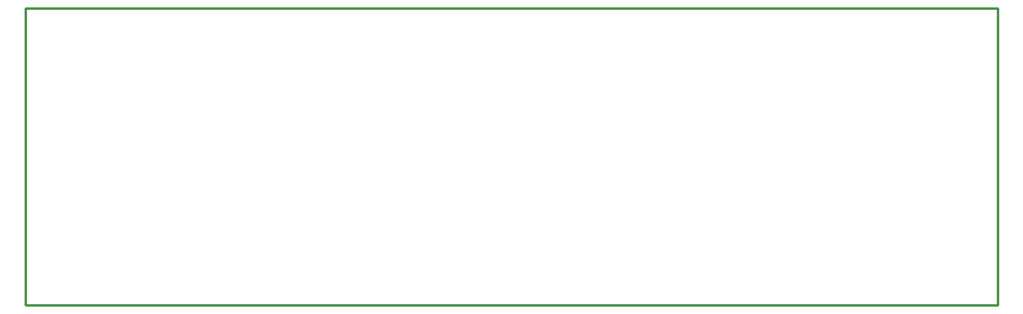
<source format=gbr>
G04 start of page 4 for group 2 idx 6 *
G04 Title: (unknown), outline *
G04 Creator: pcb 1.99y *
G04 CreationDate: Tue 31 Mar 2009 11:14:50 PM GMT UTC *
G04 For: jean *
G04 Format: Gerber/RS-274X *
G04 PCB-Dimensions: 600000 500000 *
G04 PCB-Coordinate-Origin: lower left *
%MOIN*%
%FSLAX25Y25*%
%LNOUTLINE*%
%ADD13C,0.0100*%
G54D13*X400200Y493900D02*X4700D01*
Y372900D01*
X400200D02*X4700D01*
X400200D02*Y493900D01*
M02*

</source>
